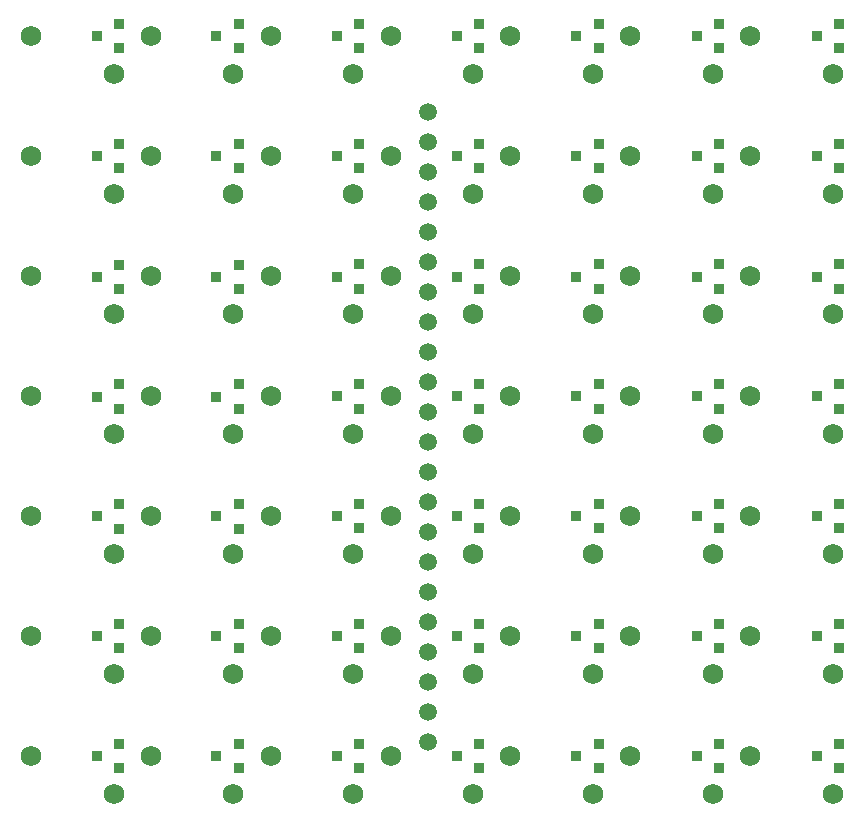
<source format=gts>
G04 #@! TF.GenerationSoftware,KiCad,Pcbnew,8.0.5-8.0.5-0~ubuntu24.04.1*
G04 #@! TF.CreationDate,2024-10-16T20:18:24-04:00*
G04 #@! TF.ProjectId,array,61727261-792e-46b6-9963-61645f706362,rev?*
G04 #@! TF.SameCoordinates,Original*
G04 #@! TF.FileFunction,Soldermask,Top*
G04 #@! TF.FilePolarity,Negative*
%FSLAX46Y46*%
G04 Gerber Fmt 4.6, Leading zero omitted, Abs format (unit mm)*
G04 Created by KiCad (PCBNEW 8.0.5-8.0.5-0~ubuntu24.04.1) date 2024-10-16 20:18:24*
%MOMM*%
%LPD*%
G01*
G04 APERTURE LIST*
%ADD10C,1.500000*%
%ADD11R,0.889000X0.812800*%
%ADD12C,1.750000*%
G04 APERTURE END LIST*
D10*
X127800000Y-117070000D03*
X127800000Y-114530000D03*
X127800000Y-111990000D03*
X127800000Y-109450000D03*
X127800000Y-106910000D03*
X127800000Y-104370000D03*
X127800000Y-101830000D03*
X127800000Y-99290000D03*
X127800000Y-96750000D03*
X127800000Y-94210000D03*
X127800000Y-91670000D03*
X127800000Y-89130000D03*
X127800000Y-86590000D03*
X127800000Y-84050000D03*
X127800000Y-81510000D03*
X127800000Y-78970000D03*
X127800000Y-76430000D03*
X127800000Y-73890000D03*
X127800000Y-71350000D03*
X127800000Y-68810000D03*
X127800000Y-66270000D03*
X127800000Y-63730000D03*
D11*
X162557499Y-88864999D03*
X162557499Y-86815001D03*
X160667500Y-87840000D03*
X101642499Y-88874999D03*
X101642499Y-86825001D03*
X99752500Y-87850000D03*
X101642499Y-99024999D03*
X101642499Y-96975001D03*
X99752500Y-98000000D03*
X101642499Y-68524999D03*
X101642499Y-66475001D03*
X99752500Y-67500000D03*
X121919999Y-109164999D03*
X121919999Y-107115001D03*
X120030000Y-108140000D03*
D12*
X124600000Y-57340000D03*
X124600000Y-67500000D03*
X124600000Y-77660000D03*
X124600000Y-87820000D03*
X124600000Y-97980000D03*
X124600000Y-108140000D03*
X124600000Y-118300000D03*
X131600000Y-60540000D03*
X131600000Y-70700000D03*
X131600000Y-80860000D03*
X131600000Y-91020000D03*
X131600000Y-101180000D03*
X131600000Y-111340000D03*
X131600000Y-121500000D03*
D11*
X132104999Y-109164999D03*
X132104999Y-107115001D03*
X130215000Y-108140000D03*
X152404999Y-109164999D03*
X152404999Y-107115001D03*
X150515000Y-108140000D03*
X101639999Y-109174999D03*
X101639999Y-107125001D03*
X99750000Y-108150000D03*
X152407499Y-68514999D03*
X152407499Y-66465001D03*
X150517500Y-67490000D03*
D12*
X94150000Y-57340000D03*
X94150000Y-67500000D03*
X94150000Y-77660000D03*
X94150000Y-87820000D03*
X94150000Y-97980000D03*
X94150000Y-108140000D03*
X94150000Y-118300000D03*
X101150000Y-60540000D03*
X101150000Y-70700000D03*
X101150000Y-80860000D03*
X101150000Y-91020000D03*
X101150000Y-101180000D03*
X101150000Y-111340000D03*
X101150000Y-121500000D03*
D11*
X111742499Y-88874999D03*
X111742499Y-86825001D03*
X109852500Y-87850000D03*
X132107499Y-58364999D03*
X132107499Y-56315001D03*
X130217500Y-57340000D03*
X142209999Y-119314999D03*
X142209999Y-117265001D03*
X140320000Y-118290000D03*
D12*
X104300000Y-57340000D03*
X104300000Y-67500000D03*
X104300000Y-77660000D03*
X104300000Y-87820000D03*
X104300000Y-97980000D03*
X104300000Y-108140000D03*
X104300000Y-118300000D03*
X111300000Y-60540000D03*
X111300000Y-70700000D03*
X111300000Y-80860000D03*
X111300000Y-91020000D03*
X111300000Y-101180000D03*
X111300000Y-111340000D03*
X111300000Y-121500000D03*
D11*
X132107499Y-88864999D03*
X132107499Y-86815001D03*
X130217500Y-87840000D03*
X162559999Y-119314999D03*
X162559999Y-117265001D03*
X160670000Y-118290000D03*
X111744999Y-119324999D03*
X111744999Y-117275001D03*
X109855000Y-118300000D03*
X152407499Y-78714999D03*
X152407499Y-76665001D03*
X150517500Y-77690000D03*
X121924999Y-119314999D03*
X121924999Y-117265001D03*
X120035000Y-118290000D03*
X121922499Y-78714999D03*
X121922499Y-76665001D03*
X120032500Y-77690000D03*
D12*
X155050000Y-57340000D03*
X155050000Y-67500000D03*
X155050000Y-77660000D03*
X155050000Y-87820000D03*
X155050000Y-97980000D03*
X155050000Y-108140000D03*
X155050000Y-118300000D03*
X162050000Y-60540000D03*
X162050000Y-70700000D03*
X162050000Y-80860000D03*
X162050000Y-91020000D03*
X162050000Y-101180000D03*
X162050000Y-111340000D03*
X162050000Y-121500000D03*
D11*
X111742499Y-68524999D03*
X111742499Y-66475001D03*
X109852500Y-67500000D03*
X101642499Y-58374999D03*
X101642499Y-56325001D03*
X99752500Y-57350000D03*
X111739999Y-109174999D03*
X111739999Y-107125001D03*
X109850000Y-108150000D03*
D12*
X144900000Y-57340000D03*
X144900000Y-67500000D03*
X144900000Y-77660000D03*
X144900000Y-87820000D03*
X144900000Y-97980000D03*
X144900000Y-108140000D03*
X144900000Y-118300000D03*
X151900000Y-60540000D03*
X151900000Y-70700000D03*
X151900000Y-80860000D03*
X151900000Y-91020000D03*
X151900000Y-101180000D03*
X151900000Y-111340000D03*
X151900000Y-121500000D03*
D11*
X121922499Y-88864999D03*
X121922499Y-86815001D03*
X120032500Y-87840000D03*
X111742499Y-78724999D03*
X111742499Y-76675001D03*
X109852500Y-77700000D03*
X142207499Y-68514999D03*
X142207499Y-66465001D03*
X140317500Y-67490000D03*
X142207499Y-58364999D03*
X142207499Y-56315001D03*
X140317500Y-57340000D03*
X142204999Y-109164999D03*
X142204999Y-107115001D03*
X140315000Y-108140000D03*
X121922499Y-99014999D03*
X121922499Y-96965001D03*
X120032500Y-97990000D03*
X162557499Y-99014999D03*
X162557499Y-96965001D03*
X160667500Y-97990000D03*
X142207499Y-78714999D03*
X142207499Y-76665001D03*
X140317500Y-77690000D03*
X121922499Y-68514999D03*
X121922499Y-66465001D03*
X120032500Y-67490000D03*
X162557499Y-68514999D03*
X162557499Y-66465001D03*
X160667500Y-67490000D03*
X142207499Y-88864999D03*
X142207499Y-86815001D03*
X140317500Y-87840000D03*
D12*
X134750000Y-57340000D03*
X134750000Y-67500000D03*
X134750000Y-77660000D03*
X134750000Y-87820000D03*
X134750000Y-97980000D03*
X134750000Y-108140000D03*
X134750000Y-118300000D03*
X141750000Y-60540000D03*
X141750000Y-70700000D03*
X141750000Y-80860000D03*
X141750000Y-91020000D03*
X141750000Y-101180000D03*
X141750000Y-111340000D03*
X141750000Y-121500000D03*
D11*
X111742499Y-58374999D03*
X111742499Y-56325001D03*
X109852500Y-57350000D03*
X162557499Y-78714999D03*
X162557499Y-76665001D03*
X160667500Y-77690000D03*
X132107499Y-68514999D03*
X132107499Y-66465001D03*
X130217500Y-67490000D03*
X132107499Y-78714999D03*
X132107499Y-76665001D03*
X130217500Y-77690000D03*
X142207499Y-99014999D03*
X142207499Y-96965001D03*
X140317500Y-97990000D03*
X111742499Y-99024999D03*
X111742499Y-96975001D03*
X109852500Y-98000000D03*
X101644999Y-119324999D03*
X101644999Y-117275001D03*
X99755000Y-118300000D03*
D12*
X114450000Y-57340000D03*
X114450000Y-67500000D03*
X114450000Y-77660000D03*
X114450000Y-87820000D03*
X114450000Y-97980000D03*
X114450000Y-108140000D03*
X114450000Y-118300000D03*
X121450000Y-60540000D03*
X121450000Y-70700000D03*
X121450000Y-80860000D03*
X121450000Y-91020000D03*
X121450000Y-101180000D03*
X121450000Y-111340000D03*
X121450000Y-121500000D03*
D11*
X132107499Y-99014999D03*
X132107499Y-96965001D03*
X130217500Y-97990000D03*
X152407499Y-88864999D03*
X152407499Y-86815001D03*
X150517500Y-87840000D03*
X152407499Y-58364999D03*
X152407499Y-56315001D03*
X150517500Y-57340000D03*
X121922499Y-58364999D03*
X121922499Y-56315001D03*
X120032500Y-57340000D03*
X152407499Y-99014999D03*
X152407499Y-96965001D03*
X150517500Y-97990000D03*
X162554999Y-109164999D03*
X162554999Y-107115001D03*
X160665000Y-108140000D03*
X132109999Y-119314999D03*
X132109999Y-117265001D03*
X130220000Y-118290000D03*
X101642499Y-78724999D03*
X101642499Y-76675001D03*
X99752500Y-77700000D03*
X162557499Y-58364999D03*
X162557499Y-56315001D03*
X160667500Y-57340000D03*
X152409999Y-119314999D03*
X152409999Y-117265001D03*
X150520000Y-118290000D03*
M02*

</source>
